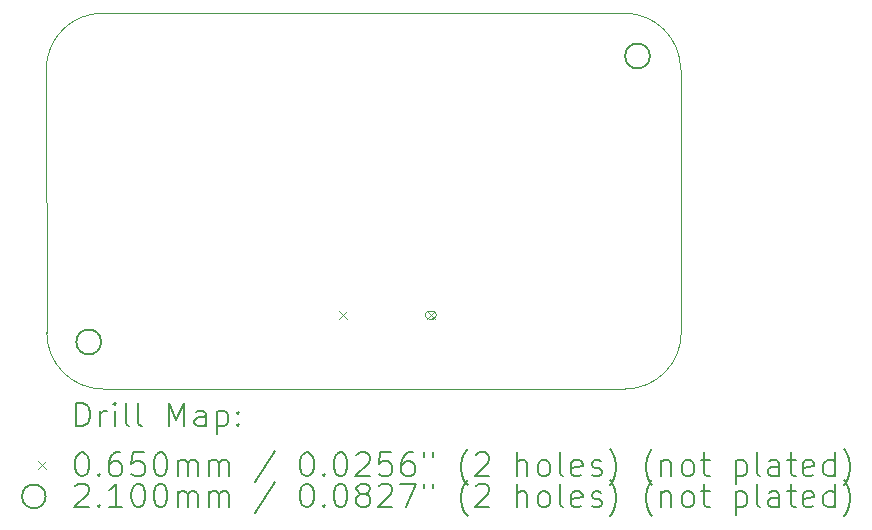
<source format=gbr>
%TF.GenerationSoftware,KiCad,Pcbnew,8.0.8*%
%TF.CreationDate,2025-02-18T00:43:51-08:00*%
%TF.ProjectId,OuterBoard_rev3.1,4f757465-7242-46f6-9172-645f72657633,rev?*%
%TF.SameCoordinates,Original*%
%TF.FileFunction,Drillmap*%
%TF.FilePolarity,Positive*%
%FSLAX45Y45*%
G04 Gerber Fmt 4.5, Leading zero omitted, Abs format (unit mm)*
G04 Created by KiCad (PCBNEW 8.0.8) date 2025-02-18 00:43:51*
%MOMM*%
%LPD*%
G01*
G04 APERTURE LIST*
%ADD10C,0.100000*%
%ADD11C,0.010000*%
%ADD12C,0.200000*%
%ADD13C,0.210000*%
G04 APERTURE END LIST*
D10*
X10708640Y-7942580D02*
X10713720Y-10170160D01*
X15603220Y-7465060D02*
G75*
G02*
X16080740Y-7942580I0J-477520D01*
G01*
X16080740Y-7942580D02*
X16085820Y-10170160D01*
X11186160Y-7465060D02*
X15603220Y-7465060D01*
X16085820Y-10170160D02*
G75*
G02*
X15608300Y-10647680I-477520J0D01*
G01*
X11191240Y-10647680D02*
X15608300Y-10647680D01*
X10708640Y-7942580D02*
G75*
G02*
X11186160Y-7465060I477520J0D01*
G01*
X11191240Y-10647680D02*
G75*
G02*
X10713720Y-10170160I0J477520D01*
G01*
D11*
X13950340Y-9987800D02*
X13980340Y-9987800D01*
X13950340Y-10052800D02*
X13980340Y-10052800D01*
X13950340Y-10052800D02*
G75*
G02*
X13950340Y-9987800I0J32500D01*
G01*
X13980340Y-9987800D02*
G75*
G02*
X13980340Y-10052800I0J-32500D01*
G01*
D12*
D10*
X13187840Y-9987800D02*
X13252840Y-10052800D01*
X13252840Y-9987800D02*
X13187840Y-10052800D01*
X13932840Y-9987800D02*
X13997840Y-10052800D01*
X13997840Y-9987800D02*
X13932840Y-10052800D01*
D13*
X11174320Y-10248900D02*
G75*
G02*
X10964320Y-10248900I-105000J0D01*
G01*
X10964320Y-10248900D02*
G75*
G02*
X11174320Y-10248900I105000J0D01*
G01*
X15819980Y-7828280D02*
G75*
G02*
X15609980Y-7828280I-105000J0D01*
G01*
X15609980Y-7828280D02*
G75*
G02*
X15819980Y-7828280I105000J0D01*
G01*
D12*
X10964417Y-10964164D02*
X10964417Y-10764164D01*
X10964417Y-10764164D02*
X11012036Y-10764164D01*
X11012036Y-10764164D02*
X11040607Y-10773688D01*
X11040607Y-10773688D02*
X11059655Y-10792735D01*
X11059655Y-10792735D02*
X11069179Y-10811783D01*
X11069179Y-10811783D02*
X11078703Y-10849878D01*
X11078703Y-10849878D02*
X11078703Y-10878450D01*
X11078703Y-10878450D02*
X11069179Y-10916545D01*
X11069179Y-10916545D02*
X11059655Y-10935592D01*
X11059655Y-10935592D02*
X11040607Y-10954640D01*
X11040607Y-10954640D02*
X11012036Y-10964164D01*
X11012036Y-10964164D02*
X10964417Y-10964164D01*
X11164417Y-10964164D02*
X11164417Y-10830830D01*
X11164417Y-10868926D02*
X11173941Y-10849878D01*
X11173941Y-10849878D02*
X11183464Y-10840354D01*
X11183464Y-10840354D02*
X11202512Y-10830830D01*
X11202512Y-10830830D02*
X11221560Y-10830830D01*
X11288226Y-10964164D02*
X11288226Y-10830830D01*
X11288226Y-10764164D02*
X11278702Y-10773688D01*
X11278702Y-10773688D02*
X11288226Y-10783211D01*
X11288226Y-10783211D02*
X11297750Y-10773688D01*
X11297750Y-10773688D02*
X11288226Y-10764164D01*
X11288226Y-10764164D02*
X11288226Y-10783211D01*
X11412036Y-10964164D02*
X11392988Y-10954640D01*
X11392988Y-10954640D02*
X11383464Y-10935592D01*
X11383464Y-10935592D02*
X11383464Y-10764164D01*
X11516798Y-10964164D02*
X11497750Y-10954640D01*
X11497750Y-10954640D02*
X11488226Y-10935592D01*
X11488226Y-10935592D02*
X11488226Y-10764164D01*
X11745369Y-10964164D02*
X11745369Y-10764164D01*
X11745369Y-10764164D02*
X11812036Y-10907021D01*
X11812036Y-10907021D02*
X11878702Y-10764164D01*
X11878702Y-10764164D02*
X11878702Y-10964164D01*
X12059655Y-10964164D02*
X12059655Y-10859402D01*
X12059655Y-10859402D02*
X12050131Y-10840354D01*
X12050131Y-10840354D02*
X12031083Y-10830830D01*
X12031083Y-10830830D02*
X11992988Y-10830830D01*
X11992988Y-10830830D02*
X11973941Y-10840354D01*
X12059655Y-10954640D02*
X12040607Y-10964164D01*
X12040607Y-10964164D02*
X11992988Y-10964164D01*
X11992988Y-10964164D02*
X11973941Y-10954640D01*
X11973941Y-10954640D02*
X11964417Y-10935592D01*
X11964417Y-10935592D02*
X11964417Y-10916545D01*
X11964417Y-10916545D02*
X11973941Y-10897497D01*
X11973941Y-10897497D02*
X11992988Y-10887973D01*
X11992988Y-10887973D02*
X12040607Y-10887973D01*
X12040607Y-10887973D02*
X12059655Y-10878450D01*
X12154893Y-10830830D02*
X12154893Y-11030830D01*
X12154893Y-10840354D02*
X12173941Y-10830830D01*
X12173941Y-10830830D02*
X12212036Y-10830830D01*
X12212036Y-10830830D02*
X12231083Y-10840354D01*
X12231083Y-10840354D02*
X12240607Y-10849878D01*
X12240607Y-10849878D02*
X12250131Y-10868926D01*
X12250131Y-10868926D02*
X12250131Y-10926069D01*
X12250131Y-10926069D02*
X12240607Y-10945116D01*
X12240607Y-10945116D02*
X12231083Y-10954640D01*
X12231083Y-10954640D02*
X12212036Y-10964164D01*
X12212036Y-10964164D02*
X12173941Y-10964164D01*
X12173941Y-10964164D02*
X12154893Y-10954640D01*
X12335845Y-10945116D02*
X12345369Y-10954640D01*
X12345369Y-10954640D02*
X12335845Y-10964164D01*
X12335845Y-10964164D02*
X12326322Y-10954640D01*
X12326322Y-10954640D02*
X12335845Y-10945116D01*
X12335845Y-10945116D02*
X12335845Y-10964164D01*
X12335845Y-10840354D02*
X12345369Y-10849878D01*
X12345369Y-10849878D02*
X12335845Y-10859402D01*
X12335845Y-10859402D02*
X12326322Y-10849878D01*
X12326322Y-10849878D02*
X12335845Y-10840354D01*
X12335845Y-10840354D02*
X12335845Y-10859402D01*
D10*
X10638640Y-11260180D02*
X10703640Y-11325180D01*
X10703640Y-11260180D02*
X10638640Y-11325180D01*
D12*
X11002512Y-11184164D02*
X11021560Y-11184164D01*
X11021560Y-11184164D02*
X11040607Y-11193688D01*
X11040607Y-11193688D02*
X11050131Y-11203211D01*
X11050131Y-11203211D02*
X11059655Y-11222259D01*
X11059655Y-11222259D02*
X11069179Y-11260354D01*
X11069179Y-11260354D02*
X11069179Y-11307973D01*
X11069179Y-11307973D02*
X11059655Y-11346068D01*
X11059655Y-11346068D02*
X11050131Y-11365116D01*
X11050131Y-11365116D02*
X11040607Y-11374640D01*
X11040607Y-11374640D02*
X11021560Y-11384164D01*
X11021560Y-11384164D02*
X11002512Y-11384164D01*
X11002512Y-11384164D02*
X10983464Y-11374640D01*
X10983464Y-11374640D02*
X10973941Y-11365116D01*
X10973941Y-11365116D02*
X10964417Y-11346068D01*
X10964417Y-11346068D02*
X10954893Y-11307973D01*
X10954893Y-11307973D02*
X10954893Y-11260354D01*
X10954893Y-11260354D02*
X10964417Y-11222259D01*
X10964417Y-11222259D02*
X10973941Y-11203211D01*
X10973941Y-11203211D02*
X10983464Y-11193688D01*
X10983464Y-11193688D02*
X11002512Y-11184164D01*
X11154893Y-11365116D02*
X11164417Y-11374640D01*
X11164417Y-11374640D02*
X11154893Y-11384164D01*
X11154893Y-11384164D02*
X11145369Y-11374640D01*
X11145369Y-11374640D02*
X11154893Y-11365116D01*
X11154893Y-11365116D02*
X11154893Y-11384164D01*
X11335845Y-11184164D02*
X11297750Y-11184164D01*
X11297750Y-11184164D02*
X11278702Y-11193688D01*
X11278702Y-11193688D02*
X11269179Y-11203211D01*
X11269179Y-11203211D02*
X11250131Y-11231783D01*
X11250131Y-11231783D02*
X11240607Y-11269878D01*
X11240607Y-11269878D02*
X11240607Y-11346068D01*
X11240607Y-11346068D02*
X11250131Y-11365116D01*
X11250131Y-11365116D02*
X11259655Y-11374640D01*
X11259655Y-11374640D02*
X11278702Y-11384164D01*
X11278702Y-11384164D02*
X11316798Y-11384164D01*
X11316798Y-11384164D02*
X11335845Y-11374640D01*
X11335845Y-11374640D02*
X11345369Y-11365116D01*
X11345369Y-11365116D02*
X11354893Y-11346068D01*
X11354893Y-11346068D02*
X11354893Y-11298449D01*
X11354893Y-11298449D02*
X11345369Y-11279402D01*
X11345369Y-11279402D02*
X11335845Y-11269878D01*
X11335845Y-11269878D02*
X11316798Y-11260354D01*
X11316798Y-11260354D02*
X11278702Y-11260354D01*
X11278702Y-11260354D02*
X11259655Y-11269878D01*
X11259655Y-11269878D02*
X11250131Y-11279402D01*
X11250131Y-11279402D02*
X11240607Y-11298449D01*
X11535845Y-11184164D02*
X11440607Y-11184164D01*
X11440607Y-11184164D02*
X11431083Y-11279402D01*
X11431083Y-11279402D02*
X11440607Y-11269878D01*
X11440607Y-11269878D02*
X11459655Y-11260354D01*
X11459655Y-11260354D02*
X11507274Y-11260354D01*
X11507274Y-11260354D02*
X11526322Y-11269878D01*
X11526322Y-11269878D02*
X11535845Y-11279402D01*
X11535845Y-11279402D02*
X11545369Y-11298449D01*
X11545369Y-11298449D02*
X11545369Y-11346068D01*
X11545369Y-11346068D02*
X11535845Y-11365116D01*
X11535845Y-11365116D02*
X11526322Y-11374640D01*
X11526322Y-11374640D02*
X11507274Y-11384164D01*
X11507274Y-11384164D02*
X11459655Y-11384164D01*
X11459655Y-11384164D02*
X11440607Y-11374640D01*
X11440607Y-11374640D02*
X11431083Y-11365116D01*
X11669179Y-11184164D02*
X11688226Y-11184164D01*
X11688226Y-11184164D02*
X11707274Y-11193688D01*
X11707274Y-11193688D02*
X11716798Y-11203211D01*
X11716798Y-11203211D02*
X11726322Y-11222259D01*
X11726322Y-11222259D02*
X11735845Y-11260354D01*
X11735845Y-11260354D02*
X11735845Y-11307973D01*
X11735845Y-11307973D02*
X11726322Y-11346068D01*
X11726322Y-11346068D02*
X11716798Y-11365116D01*
X11716798Y-11365116D02*
X11707274Y-11374640D01*
X11707274Y-11374640D02*
X11688226Y-11384164D01*
X11688226Y-11384164D02*
X11669179Y-11384164D01*
X11669179Y-11384164D02*
X11650131Y-11374640D01*
X11650131Y-11374640D02*
X11640607Y-11365116D01*
X11640607Y-11365116D02*
X11631083Y-11346068D01*
X11631083Y-11346068D02*
X11621560Y-11307973D01*
X11621560Y-11307973D02*
X11621560Y-11260354D01*
X11621560Y-11260354D02*
X11631083Y-11222259D01*
X11631083Y-11222259D02*
X11640607Y-11203211D01*
X11640607Y-11203211D02*
X11650131Y-11193688D01*
X11650131Y-11193688D02*
X11669179Y-11184164D01*
X11821560Y-11384164D02*
X11821560Y-11250830D01*
X11821560Y-11269878D02*
X11831083Y-11260354D01*
X11831083Y-11260354D02*
X11850131Y-11250830D01*
X11850131Y-11250830D02*
X11878703Y-11250830D01*
X11878703Y-11250830D02*
X11897750Y-11260354D01*
X11897750Y-11260354D02*
X11907274Y-11279402D01*
X11907274Y-11279402D02*
X11907274Y-11384164D01*
X11907274Y-11279402D02*
X11916798Y-11260354D01*
X11916798Y-11260354D02*
X11935845Y-11250830D01*
X11935845Y-11250830D02*
X11964417Y-11250830D01*
X11964417Y-11250830D02*
X11983464Y-11260354D01*
X11983464Y-11260354D02*
X11992988Y-11279402D01*
X11992988Y-11279402D02*
X11992988Y-11384164D01*
X12088226Y-11384164D02*
X12088226Y-11250830D01*
X12088226Y-11269878D02*
X12097750Y-11260354D01*
X12097750Y-11260354D02*
X12116798Y-11250830D01*
X12116798Y-11250830D02*
X12145369Y-11250830D01*
X12145369Y-11250830D02*
X12164417Y-11260354D01*
X12164417Y-11260354D02*
X12173941Y-11279402D01*
X12173941Y-11279402D02*
X12173941Y-11384164D01*
X12173941Y-11279402D02*
X12183464Y-11260354D01*
X12183464Y-11260354D02*
X12202512Y-11250830D01*
X12202512Y-11250830D02*
X12231083Y-11250830D01*
X12231083Y-11250830D02*
X12250131Y-11260354D01*
X12250131Y-11260354D02*
X12259655Y-11279402D01*
X12259655Y-11279402D02*
X12259655Y-11384164D01*
X12650131Y-11174640D02*
X12478703Y-11431783D01*
X12907274Y-11184164D02*
X12926322Y-11184164D01*
X12926322Y-11184164D02*
X12945369Y-11193688D01*
X12945369Y-11193688D02*
X12954893Y-11203211D01*
X12954893Y-11203211D02*
X12964417Y-11222259D01*
X12964417Y-11222259D02*
X12973941Y-11260354D01*
X12973941Y-11260354D02*
X12973941Y-11307973D01*
X12973941Y-11307973D02*
X12964417Y-11346068D01*
X12964417Y-11346068D02*
X12954893Y-11365116D01*
X12954893Y-11365116D02*
X12945369Y-11374640D01*
X12945369Y-11374640D02*
X12926322Y-11384164D01*
X12926322Y-11384164D02*
X12907274Y-11384164D01*
X12907274Y-11384164D02*
X12888226Y-11374640D01*
X12888226Y-11374640D02*
X12878703Y-11365116D01*
X12878703Y-11365116D02*
X12869179Y-11346068D01*
X12869179Y-11346068D02*
X12859655Y-11307973D01*
X12859655Y-11307973D02*
X12859655Y-11260354D01*
X12859655Y-11260354D02*
X12869179Y-11222259D01*
X12869179Y-11222259D02*
X12878703Y-11203211D01*
X12878703Y-11203211D02*
X12888226Y-11193688D01*
X12888226Y-11193688D02*
X12907274Y-11184164D01*
X13059655Y-11365116D02*
X13069179Y-11374640D01*
X13069179Y-11374640D02*
X13059655Y-11384164D01*
X13059655Y-11384164D02*
X13050131Y-11374640D01*
X13050131Y-11374640D02*
X13059655Y-11365116D01*
X13059655Y-11365116D02*
X13059655Y-11384164D01*
X13192988Y-11184164D02*
X13212036Y-11184164D01*
X13212036Y-11184164D02*
X13231084Y-11193688D01*
X13231084Y-11193688D02*
X13240607Y-11203211D01*
X13240607Y-11203211D02*
X13250131Y-11222259D01*
X13250131Y-11222259D02*
X13259655Y-11260354D01*
X13259655Y-11260354D02*
X13259655Y-11307973D01*
X13259655Y-11307973D02*
X13250131Y-11346068D01*
X13250131Y-11346068D02*
X13240607Y-11365116D01*
X13240607Y-11365116D02*
X13231084Y-11374640D01*
X13231084Y-11374640D02*
X13212036Y-11384164D01*
X13212036Y-11384164D02*
X13192988Y-11384164D01*
X13192988Y-11384164D02*
X13173941Y-11374640D01*
X13173941Y-11374640D02*
X13164417Y-11365116D01*
X13164417Y-11365116D02*
X13154893Y-11346068D01*
X13154893Y-11346068D02*
X13145369Y-11307973D01*
X13145369Y-11307973D02*
X13145369Y-11260354D01*
X13145369Y-11260354D02*
X13154893Y-11222259D01*
X13154893Y-11222259D02*
X13164417Y-11203211D01*
X13164417Y-11203211D02*
X13173941Y-11193688D01*
X13173941Y-11193688D02*
X13192988Y-11184164D01*
X13335846Y-11203211D02*
X13345369Y-11193688D01*
X13345369Y-11193688D02*
X13364417Y-11184164D01*
X13364417Y-11184164D02*
X13412036Y-11184164D01*
X13412036Y-11184164D02*
X13431084Y-11193688D01*
X13431084Y-11193688D02*
X13440607Y-11203211D01*
X13440607Y-11203211D02*
X13450131Y-11222259D01*
X13450131Y-11222259D02*
X13450131Y-11241307D01*
X13450131Y-11241307D02*
X13440607Y-11269878D01*
X13440607Y-11269878D02*
X13326322Y-11384164D01*
X13326322Y-11384164D02*
X13450131Y-11384164D01*
X13631084Y-11184164D02*
X13535846Y-11184164D01*
X13535846Y-11184164D02*
X13526322Y-11279402D01*
X13526322Y-11279402D02*
X13535846Y-11269878D01*
X13535846Y-11269878D02*
X13554893Y-11260354D01*
X13554893Y-11260354D02*
X13602512Y-11260354D01*
X13602512Y-11260354D02*
X13621560Y-11269878D01*
X13621560Y-11269878D02*
X13631084Y-11279402D01*
X13631084Y-11279402D02*
X13640607Y-11298449D01*
X13640607Y-11298449D02*
X13640607Y-11346068D01*
X13640607Y-11346068D02*
X13631084Y-11365116D01*
X13631084Y-11365116D02*
X13621560Y-11374640D01*
X13621560Y-11374640D02*
X13602512Y-11384164D01*
X13602512Y-11384164D02*
X13554893Y-11384164D01*
X13554893Y-11384164D02*
X13535846Y-11374640D01*
X13535846Y-11374640D02*
X13526322Y-11365116D01*
X13812036Y-11184164D02*
X13773941Y-11184164D01*
X13773941Y-11184164D02*
X13754893Y-11193688D01*
X13754893Y-11193688D02*
X13745369Y-11203211D01*
X13745369Y-11203211D02*
X13726322Y-11231783D01*
X13726322Y-11231783D02*
X13716798Y-11269878D01*
X13716798Y-11269878D02*
X13716798Y-11346068D01*
X13716798Y-11346068D02*
X13726322Y-11365116D01*
X13726322Y-11365116D02*
X13735846Y-11374640D01*
X13735846Y-11374640D02*
X13754893Y-11384164D01*
X13754893Y-11384164D02*
X13792988Y-11384164D01*
X13792988Y-11384164D02*
X13812036Y-11374640D01*
X13812036Y-11374640D02*
X13821560Y-11365116D01*
X13821560Y-11365116D02*
X13831084Y-11346068D01*
X13831084Y-11346068D02*
X13831084Y-11298449D01*
X13831084Y-11298449D02*
X13821560Y-11279402D01*
X13821560Y-11279402D02*
X13812036Y-11269878D01*
X13812036Y-11269878D02*
X13792988Y-11260354D01*
X13792988Y-11260354D02*
X13754893Y-11260354D01*
X13754893Y-11260354D02*
X13735846Y-11269878D01*
X13735846Y-11269878D02*
X13726322Y-11279402D01*
X13726322Y-11279402D02*
X13716798Y-11298449D01*
X13907274Y-11184164D02*
X13907274Y-11222259D01*
X13983465Y-11184164D02*
X13983465Y-11222259D01*
X14278703Y-11460354D02*
X14269179Y-11450830D01*
X14269179Y-11450830D02*
X14250131Y-11422259D01*
X14250131Y-11422259D02*
X14240608Y-11403211D01*
X14240608Y-11403211D02*
X14231084Y-11374640D01*
X14231084Y-11374640D02*
X14221560Y-11327021D01*
X14221560Y-11327021D02*
X14221560Y-11288926D01*
X14221560Y-11288926D02*
X14231084Y-11241307D01*
X14231084Y-11241307D02*
X14240608Y-11212735D01*
X14240608Y-11212735D02*
X14250131Y-11193688D01*
X14250131Y-11193688D02*
X14269179Y-11165116D01*
X14269179Y-11165116D02*
X14278703Y-11155592D01*
X14345369Y-11203211D02*
X14354893Y-11193688D01*
X14354893Y-11193688D02*
X14373941Y-11184164D01*
X14373941Y-11184164D02*
X14421560Y-11184164D01*
X14421560Y-11184164D02*
X14440608Y-11193688D01*
X14440608Y-11193688D02*
X14450131Y-11203211D01*
X14450131Y-11203211D02*
X14459655Y-11222259D01*
X14459655Y-11222259D02*
X14459655Y-11241307D01*
X14459655Y-11241307D02*
X14450131Y-11269878D01*
X14450131Y-11269878D02*
X14335846Y-11384164D01*
X14335846Y-11384164D02*
X14459655Y-11384164D01*
X14697750Y-11384164D02*
X14697750Y-11184164D01*
X14783465Y-11384164D02*
X14783465Y-11279402D01*
X14783465Y-11279402D02*
X14773941Y-11260354D01*
X14773941Y-11260354D02*
X14754893Y-11250830D01*
X14754893Y-11250830D02*
X14726322Y-11250830D01*
X14726322Y-11250830D02*
X14707274Y-11260354D01*
X14707274Y-11260354D02*
X14697750Y-11269878D01*
X14907274Y-11384164D02*
X14888227Y-11374640D01*
X14888227Y-11374640D02*
X14878703Y-11365116D01*
X14878703Y-11365116D02*
X14869179Y-11346068D01*
X14869179Y-11346068D02*
X14869179Y-11288926D01*
X14869179Y-11288926D02*
X14878703Y-11269878D01*
X14878703Y-11269878D02*
X14888227Y-11260354D01*
X14888227Y-11260354D02*
X14907274Y-11250830D01*
X14907274Y-11250830D02*
X14935846Y-11250830D01*
X14935846Y-11250830D02*
X14954893Y-11260354D01*
X14954893Y-11260354D02*
X14964417Y-11269878D01*
X14964417Y-11269878D02*
X14973941Y-11288926D01*
X14973941Y-11288926D02*
X14973941Y-11346068D01*
X14973941Y-11346068D02*
X14964417Y-11365116D01*
X14964417Y-11365116D02*
X14954893Y-11374640D01*
X14954893Y-11374640D02*
X14935846Y-11384164D01*
X14935846Y-11384164D02*
X14907274Y-11384164D01*
X15088227Y-11384164D02*
X15069179Y-11374640D01*
X15069179Y-11374640D02*
X15059655Y-11355592D01*
X15059655Y-11355592D02*
X15059655Y-11184164D01*
X15240608Y-11374640D02*
X15221560Y-11384164D01*
X15221560Y-11384164D02*
X15183465Y-11384164D01*
X15183465Y-11384164D02*
X15164417Y-11374640D01*
X15164417Y-11374640D02*
X15154893Y-11355592D01*
X15154893Y-11355592D02*
X15154893Y-11279402D01*
X15154893Y-11279402D02*
X15164417Y-11260354D01*
X15164417Y-11260354D02*
X15183465Y-11250830D01*
X15183465Y-11250830D02*
X15221560Y-11250830D01*
X15221560Y-11250830D02*
X15240608Y-11260354D01*
X15240608Y-11260354D02*
X15250131Y-11279402D01*
X15250131Y-11279402D02*
X15250131Y-11298449D01*
X15250131Y-11298449D02*
X15154893Y-11317497D01*
X15326322Y-11374640D02*
X15345370Y-11384164D01*
X15345370Y-11384164D02*
X15383465Y-11384164D01*
X15383465Y-11384164D02*
X15402512Y-11374640D01*
X15402512Y-11374640D02*
X15412036Y-11355592D01*
X15412036Y-11355592D02*
X15412036Y-11346068D01*
X15412036Y-11346068D02*
X15402512Y-11327021D01*
X15402512Y-11327021D02*
X15383465Y-11317497D01*
X15383465Y-11317497D02*
X15354893Y-11317497D01*
X15354893Y-11317497D02*
X15335846Y-11307973D01*
X15335846Y-11307973D02*
X15326322Y-11288926D01*
X15326322Y-11288926D02*
X15326322Y-11279402D01*
X15326322Y-11279402D02*
X15335846Y-11260354D01*
X15335846Y-11260354D02*
X15354893Y-11250830D01*
X15354893Y-11250830D02*
X15383465Y-11250830D01*
X15383465Y-11250830D02*
X15402512Y-11260354D01*
X15478703Y-11460354D02*
X15488227Y-11450830D01*
X15488227Y-11450830D02*
X15507274Y-11422259D01*
X15507274Y-11422259D02*
X15516798Y-11403211D01*
X15516798Y-11403211D02*
X15526322Y-11374640D01*
X15526322Y-11374640D02*
X15535846Y-11327021D01*
X15535846Y-11327021D02*
X15535846Y-11288926D01*
X15535846Y-11288926D02*
X15526322Y-11241307D01*
X15526322Y-11241307D02*
X15516798Y-11212735D01*
X15516798Y-11212735D02*
X15507274Y-11193688D01*
X15507274Y-11193688D02*
X15488227Y-11165116D01*
X15488227Y-11165116D02*
X15478703Y-11155592D01*
X15840608Y-11460354D02*
X15831084Y-11450830D01*
X15831084Y-11450830D02*
X15812036Y-11422259D01*
X15812036Y-11422259D02*
X15802512Y-11403211D01*
X15802512Y-11403211D02*
X15792989Y-11374640D01*
X15792989Y-11374640D02*
X15783465Y-11327021D01*
X15783465Y-11327021D02*
X15783465Y-11288926D01*
X15783465Y-11288926D02*
X15792989Y-11241307D01*
X15792989Y-11241307D02*
X15802512Y-11212735D01*
X15802512Y-11212735D02*
X15812036Y-11193688D01*
X15812036Y-11193688D02*
X15831084Y-11165116D01*
X15831084Y-11165116D02*
X15840608Y-11155592D01*
X15916798Y-11250830D02*
X15916798Y-11384164D01*
X15916798Y-11269878D02*
X15926322Y-11260354D01*
X15926322Y-11260354D02*
X15945370Y-11250830D01*
X15945370Y-11250830D02*
X15973941Y-11250830D01*
X15973941Y-11250830D02*
X15992989Y-11260354D01*
X15992989Y-11260354D02*
X16002512Y-11279402D01*
X16002512Y-11279402D02*
X16002512Y-11384164D01*
X16126322Y-11384164D02*
X16107274Y-11374640D01*
X16107274Y-11374640D02*
X16097751Y-11365116D01*
X16097751Y-11365116D02*
X16088227Y-11346068D01*
X16088227Y-11346068D02*
X16088227Y-11288926D01*
X16088227Y-11288926D02*
X16097751Y-11269878D01*
X16097751Y-11269878D02*
X16107274Y-11260354D01*
X16107274Y-11260354D02*
X16126322Y-11250830D01*
X16126322Y-11250830D02*
X16154893Y-11250830D01*
X16154893Y-11250830D02*
X16173941Y-11260354D01*
X16173941Y-11260354D02*
X16183465Y-11269878D01*
X16183465Y-11269878D02*
X16192989Y-11288926D01*
X16192989Y-11288926D02*
X16192989Y-11346068D01*
X16192989Y-11346068D02*
X16183465Y-11365116D01*
X16183465Y-11365116D02*
X16173941Y-11374640D01*
X16173941Y-11374640D02*
X16154893Y-11384164D01*
X16154893Y-11384164D02*
X16126322Y-11384164D01*
X16250132Y-11250830D02*
X16326322Y-11250830D01*
X16278703Y-11184164D02*
X16278703Y-11355592D01*
X16278703Y-11355592D02*
X16288227Y-11374640D01*
X16288227Y-11374640D02*
X16307274Y-11384164D01*
X16307274Y-11384164D02*
X16326322Y-11384164D01*
X16545370Y-11250830D02*
X16545370Y-11450830D01*
X16545370Y-11260354D02*
X16564417Y-11250830D01*
X16564417Y-11250830D02*
X16602513Y-11250830D01*
X16602513Y-11250830D02*
X16621560Y-11260354D01*
X16621560Y-11260354D02*
X16631084Y-11269878D01*
X16631084Y-11269878D02*
X16640608Y-11288926D01*
X16640608Y-11288926D02*
X16640608Y-11346068D01*
X16640608Y-11346068D02*
X16631084Y-11365116D01*
X16631084Y-11365116D02*
X16621560Y-11374640D01*
X16621560Y-11374640D02*
X16602513Y-11384164D01*
X16602513Y-11384164D02*
X16564417Y-11384164D01*
X16564417Y-11384164D02*
X16545370Y-11374640D01*
X16754893Y-11384164D02*
X16735846Y-11374640D01*
X16735846Y-11374640D02*
X16726322Y-11355592D01*
X16726322Y-11355592D02*
X16726322Y-11184164D01*
X16916798Y-11384164D02*
X16916798Y-11279402D01*
X16916798Y-11279402D02*
X16907275Y-11260354D01*
X16907275Y-11260354D02*
X16888227Y-11250830D01*
X16888227Y-11250830D02*
X16850132Y-11250830D01*
X16850132Y-11250830D02*
X16831084Y-11260354D01*
X16916798Y-11374640D02*
X16897751Y-11384164D01*
X16897751Y-11384164D02*
X16850132Y-11384164D01*
X16850132Y-11384164D02*
X16831084Y-11374640D01*
X16831084Y-11374640D02*
X16821560Y-11355592D01*
X16821560Y-11355592D02*
X16821560Y-11336545D01*
X16821560Y-11336545D02*
X16831084Y-11317497D01*
X16831084Y-11317497D02*
X16850132Y-11307973D01*
X16850132Y-11307973D02*
X16897751Y-11307973D01*
X16897751Y-11307973D02*
X16916798Y-11298449D01*
X16983465Y-11250830D02*
X17059655Y-11250830D01*
X17012036Y-11184164D02*
X17012036Y-11355592D01*
X17012036Y-11355592D02*
X17021560Y-11374640D01*
X17021560Y-11374640D02*
X17040608Y-11384164D01*
X17040608Y-11384164D02*
X17059655Y-11384164D01*
X17202513Y-11374640D02*
X17183465Y-11384164D01*
X17183465Y-11384164D02*
X17145370Y-11384164D01*
X17145370Y-11384164D02*
X17126322Y-11374640D01*
X17126322Y-11374640D02*
X17116798Y-11355592D01*
X17116798Y-11355592D02*
X17116798Y-11279402D01*
X17116798Y-11279402D02*
X17126322Y-11260354D01*
X17126322Y-11260354D02*
X17145370Y-11250830D01*
X17145370Y-11250830D02*
X17183465Y-11250830D01*
X17183465Y-11250830D02*
X17202513Y-11260354D01*
X17202513Y-11260354D02*
X17212036Y-11279402D01*
X17212036Y-11279402D02*
X17212036Y-11298449D01*
X17212036Y-11298449D02*
X17116798Y-11317497D01*
X17383465Y-11384164D02*
X17383465Y-11184164D01*
X17383465Y-11374640D02*
X17364417Y-11384164D01*
X17364417Y-11384164D02*
X17326322Y-11384164D01*
X17326322Y-11384164D02*
X17307275Y-11374640D01*
X17307275Y-11374640D02*
X17297751Y-11365116D01*
X17297751Y-11365116D02*
X17288227Y-11346068D01*
X17288227Y-11346068D02*
X17288227Y-11288926D01*
X17288227Y-11288926D02*
X17297751Y-11269878D01*
X17297751Y-11269878D02*
X17307275Y-11260354D01*
X17307275Y-11260354D02*
X17326322Y-11250830D01*
X17326322Y-11250830D02*
X17364417Y-11250830D01*
X17364417Y-11250830D02*
X17383465Y-11260354D01*
X17459656Y-11460354D02*
X17469179Y-11450830D01*
X17469179Y-11450830D02*
X17488227Y-11422259D01*
X17488227Y-11422259D02*
X17497751Y-11403211D01*
X17497751Y-11403211D02*
X17507275Y-11374640D01*
X17507275Y-11374640D02*
X17516798Y-11327021D01*
X17516798Y-11327021D02*
X17516798Y-11288926D01*
X17516798Y-11288926D02*
X17507275Y-11241307D01*
X17507275Y-11241307D02*
X17497751Y-11212735D01*
X17497751Y-11212735D02*
X17488227Y-11193688D01*
X17488227Y-11193688D02*
X17469179Y-11165116D01*
X17469179Y-11165116D02*
X17459656Y-11155592D01*
X10703640Y-11556680D02*
G75*
G02*
X10503640Y-11556680I-100000J0D01*
G01*
X10503640Y-11556680D02*
G75*
G02*
X10703640Y-11556680I100000J0D01*
G01*
X10954893Y-11467211D02*
X10964417Y-11457688D01*
X10964417Y-11457688D02*
X10983464Y-11448164D01*
X10983464Y-11448164D02*
X11031084Y-11448164D01*
X11031084Y-11448164D02*
X11050131Y-11457688D01*
X11050131Y-11457688D02*
X11059655Y-11467211D01*
X11059655Y-11467211D02*
X11069179Y-11486259D01*
X11069179Y-11486259D02*
X11069179Y-11505307D01*
X11069179Y-11505307D02*
X11059655Y-11533878D01*
X11059655Y-11533878D02*
X10945369Y-11648164D01*
X10945369Y-11648164D02*
X11069179Y-11648164D01*
X11154893Y-11629116D02*
X11164417Y-11638640D01*
X11164417Y-11638640D02*
X11154893Y-11648164D01*
X11154893Y-11648164D02*
X11145369Y-11638640D01*
X11145369Y-11638640D02*
X11154893Y-11629116D01*
X11154893Y-11629116D02*
X11154893Y-11648164D01*
X11354893Y-11648164D02*
X11240607Y-11648164D01*
X11297750Y-11648164D02*
X11297750Y-11448164D01*
X11297750Y-11448164D02*
X11278702Y-11476735D01*
X11278702Y-11476735D02*
X11259655Y-11495783D01*
X11259655Y-11495783D02*
X11240607Y-11505307D01*
X11478702Y-11448164D02*
X11497750Y-11448164D01*
X11497750Y-11448164D02*
X11516798Y-11457688D01*
X11516798Y-11457688D02*
X11526322Y-11467211D01*
X11526322Y-11467211D02*
X11535845Y-11486259D01*
X11535845Y-11486259D02*
X11545369Y-11524354D01*
X11545369Y-11524354D02*
X11545369Y-11571973D01*
X11545369Y-11571973D02*
X11535845Y-11610068D01*
X11535845Y-11610068D02*
X11526322Y-11629116D01*
X11526322Y-11629116D02*
X11516798Y-11638640D01*
X11516798Y-11638640D02*
X11497750Y-11648164D01*
X11497750Y-11648164D02*
X11478702Y-11648164D01*
X11478702Y-11648164D02*
X11459655Y-11638640D01*
X11459655Y-11638640D02*
X11450131Y-11629116D01*
X11450131Y-11629116D02*
X11440607Y-11610068D01*
X11440607Y-11610068D02*
X11431083Y-11571973D01*
X11431083Y-11571973D02*
X11431083Y-11524354D01*
X11431083Y-11524354D02*
X11440607Y-11486259D01*
X11440607Y-11486259D02*
X11450131Y-11467211D01*
X11450131Y-11467211D02*
X11459655Y-11457688D01*
X11459655Y-11457688D02*
X11478702Y-11448164D01*
X11669179Y-11448164D02*
X11688226Y-11448164D01*
X11688226Y-11448164D02*
X11707274Y-11457688D01*
X11707274Y-11457688D02*
X11716798Y-11467211D01*
X11716798Y-11467211D02*
X11726322Y-11486259D01*
X11726322Y-11486259D02*
X11735845Y-11524354D01*
X11735845Y-11524354D02*
X11735845Y-11571973D01*
X11735845Y-11571973D02*
X11726322Y-11610068D01*
X11726322Y-11610068D02*
X11716798Y-11629116D01*
X11716798Y-11629116D02*
X11707274Y-11638640D01*
X11707274Y-11638640D02*
X11688226Y-11648164D01*
X11688226Y-11648164D02*
X11669179Y-11648164D01*
X11669179Y-11648164D02*
X11650131Y-11638640D01*
X11650131Y-11638640D02*
X11640607Y-11629116D01*
X11640607Y-11629116D02*
X11631083Y-11610068D01*
X11631083Y-11610068D02*
X11621560Y-11571973D01*
X11621560Y-11571973D02*
X11621560Y-11524354D01*
X11621560Y-11524354D02*
X11631083Y-11486259D01*
X11631083Y-11486259D02*
X11640607Y-11467211D01*
X11640607Y-11467211D02*
X11650131Y-11457688D01*
X11650131Y-11457688D02*
X11669179Y-11448164D01*
X11821560Y-11648164D02*
X11821560Y-11514830D01*
X11821560Y-11533878D02*
X11831083Y-11524354D01*
X11831083Y-11524354D02*
X11850131Y-11514830D01*
X11850131Y-11514830D02*
X11878703Y-11514830D01*
X11878703Y-11514830D02*
X11897750Y-11524354D01*
X11897750Y-11524354D02*
X11907274Y-11543402D01*
X11907274Y-11543402D02*
X11907274Y-11648164D01*
X11907274Y-11543402D02*
X11916798Y-11524354D01*
X11916798Y-11524354D02*
X11935845Y-11514830D01*
X11935845Y-11514830D02*
X11964417Y-11514830D01*
X11964417Y-11514830D02*
X11983464Y-11524354D01*
X11983464Y-11524354D02*
X11992988Y-11543402D01*
X11992988Y-11543402D02*
X11992988Y-11648164D01*
X12088226Y-11648164D02*
X12088226Y-11514830D01*
X12088226Y-11533878D02*
X12097750Y-11524354D01*
X12097750Y-11524354D02*
X12116798Y-11514830D01*
X12116798Y-11514830D02*
X12145369Y-11514830D01*
X12145369Y-11514830D02*
X12164417Y-11524354D01*
X12164417Y-11524354D02*
X12173941Y-11543402D01*
X12173941Y-11543402D02*
X12173941Y-11648164D01*
X12173941Y-11543402D02*
X12183464Y-11524354D01*
X12183464Y-11524354D02*
X12202512Y-11514830D01*
X12202512Y-11514830D02*
X12231083Y-11514830D01*
X12231083Y-11514830D02*
X12250131Y-11524354D01*
X12250131Y-11524354D02*
X12259655Y-11543402D01*
X12259655Y-11543402D02*
X12259655Y-11648164D01*
X12650131Y-11438640D02*
X12478703Y-11695783D01*
X12907274Y-11448164D02*
X12926322Y-11448164D01*
X12926322Y-11448164D02*
X12945369Y-11457688D01*
X12945369Y-11457688D02*
X12954893Y-11467211D01*
X12954893Y-11467211D02*
X12964417Y-11486259D01*
X12964417Y-11486259D02*
X12973941Y-11524354D01*
X12973941Y-11524354D02*
X12973941Y-11571973D01*
X12973941Y-11571973D02*
X12964417Y-11610068D01*
X12964417Y-11610068D02*
X12954893Y-11629116D01*
X12954893Y-11629116D02*
X12945369Y-11638640D01*
X12945369Y-11638640D02*
X12926322Y-11648164D01*
X12926322Y-11648164D02*
X12907274Y-11648164D01*
X12907274Y-11648164D02*
X12888226Y-11638640D01*
X12888226Y-11638640D02*
X12878703Y-11629116D01*
X12878703Y-11629116D02*
X12869179Y-11610068D01*
X12869179Y-11610068D02*
X12859655Y-11571973D01*
X12859655Y-11571973D02*
X12859655Y-11524354D01*
X12859655Y-11524354D02*
X12869179Y-11486259D01*
X12869179Y-11486259D02*
X12878703Y-11467211D01*
X12878703Y-11467211D02*
X12888226Y-11457688D01*
X12888226Y-11457688D02*
X12907274Y-11448164D01*
X13059655Y-11629116D02*
X13069179Y-11638640D01*
X13069179Y-11638640D02*
X13059655Y-11648164D01*
X13059655Y-11648164D02*
X13050131Y-11638640D01*
X13050131Y-11638640D02*
X13059655Y-11629116D01*
X13059655Y-11629116D02*
X13059655Y-11648164D01*
X13192988Y-11448164D02*
X13212036Y-11448164D01*
X13212036Y-11448164D02*
X13231084Y-11457688D01*
X13231084Y-11457688D02*
X13240607Y-11467211D01*
X13240607Y-11467211D02*
X13250131Y-11486259D01*
X13250131Y-11486259D02*
X13259655Y-11524354D01*
X13259655Y-11524354D02*
X13259655Y-11571973D01*
X13259655Y-11571973D02*
X13250131Y-11610068D01*
X13250131Y-11610068D02*
X13240607Y-11629116D01*
X13240607Y-11629116D02*
X13231084Y-11638640D01*
X13231084Y-11638640D02*
X13212036Y-11648164D01*
X13212036Y-11648164D02*
X13192988Y-11648164D01*
X13192988Y-11648164D02*
X13173941Y-11638640D01*
X13173941Y-11638640D02*
X13164417Y-11629116D01*
X13164417Y-11629116D02*
X13154893Y-11610068D01*
X13154893Y-11610068D02*
X13145369Y-11571973D01*
X13145369Y-11571973D02*
X13145369Y-11524354D01*
X13145369Y-11524354D02*
X13154893Y-11486259D01*
X13154893Y-11486259D02*
X13164417Y-11467211D01*
X13164417Y-11467211D02*
X13173941Y-11457688D01*
X13173941Y-11457688D02*
X13192988Y-11448164D01*
X13373941Y-11533878D02*
X13354893Y-11524354D01*
X13354893Y-11524354D02*
X13345369Y-11514830D01*
X13345369Y-11514830D02*
X13335846Y-11495783D01*
X13335846Y-11495783D02*
X13335846Y-11486259D01*
X13335846Y-11486259D02*
X13345369Y-11467211D01*
X13345369Y-11467211D02*
X13354893Y-11457688D01*
X13354893Y-11457688D02*
X13373941Y-11448164D01*
X13373941Y-11448164D02*
X13412036Y-11448164D01*
X13412036Y-11448164D02*
X13431084Y-11457688D01*
X13431084Y-11457688D02*
X13440607Y-11467211D01*
X13440607Y-11467211D02*
X13450131Y-11486259D01*
X13450131Y-11486259D02*
X13450131Y-11495783D01*
X13450131Y-11495783D02*
X13440607Y-11514830D01*
X13440607Y-11514830D02*
X13431084Y-11524354D01*
X13431084Y-11524354D02*
X13412036Y-11533878D01*
X13412036Y-11533878D02*
X13373941Y-11533878D01*
X13373941Y-11533878D02*
X13354893Y-11543402D01*
X13354893Y-11543402D02*
X13345369Y-11552926D01*
X13345369Y-11552926D02*
X13335846Y-11571973D01*
X13335846Y-11571973D02*
X13335846Y-11610068D01*
X13335846Y-11610068D02*
X13345369Y-11629116D01*
X13345369Y-11629116D02*
X13354893Y-11638640D01*
X13354893Y-11638640D02*
X13373941Y-11648164D01*
X13373941Y-11648164D02*
X13412036Y-11648164D01*
X13412036Y-11648164D02*
X13431084Y-11638640D01*
X13431084Y-11638640D02*
X13440607Y-11629116D01*
X13440607Y-11629116D02*
X13450131Y-11610068D01*
X13450131Y-11610068D02*
X13450131Y-11571973D01*
X13450131Y-11571973D02*
X13440607Y-11552926D01*
X13440607Y-11552926D02*
X13431084Y-11543402D01*
X13431084Y-11543402D02*
X13412036Y-11533878D01*
X13526322Y-11467211D02*
X13535846Y-11457688D01*
X13535846Y-11457688D02*
X13554893Y-11448164D01*
X13554893Y-11448164D02*
X13602512Y-11448164D01*
X13602512Y-11448164D02*
X13621560Y-11457688D01*
X13621560Y-11457688D02*
X13631084Y-11467211D01*
X13631084Y-11467211D02*
X13640607Y-11486259D01*
X13640607Y-11486259D02*
X13640607Y-11505307D01*
X13640607Y-11505307D02*
X13631084Y-11533878D01*
X13631084Y-11533878D02*
X13516798Y-11648164D01*
X13516798Y-11648164D02*
X13640607Y-11648164D01*
X13707274Y-11448164D02*
X13840607Y-11448164D01*
X13840607Y-11448164D02*
X13754893Y-11648164D01*
X13907274Y-11448164D02*
X13907274Y-11486259D01*
X13983465Y-11448164D02*
X13983465Y-11486259D01*
X14278703Y-11724354D02*
X14269179Y-11714830D01*
X14269179Y-11714830D02*
X14250131Y-11686259D01*
X14250131Y-11686259D02*
X14240608Y-11667211D01*
X14240608Y-11667211D02*
X14231084Y-11638640D01*
X14231084Y-11638640D02*
X14221560Y-11591021D01*
X14221560Y-11591021D02*
X14221560Y-11552926D01*
X14221560Y-11552926D02*
X14231084Y-11505307D01*
X14231084Y-11505307D02*
X14240608Y-11476735D01*
X14240608Y-11476735D02*
X14250131Y-11457688D01*
X14250131Y-11457688D02*
X14269179Y-11429116D01*
X14269179Y-11429116D02*
X14278703Y-11419592D01*
X14345369Y-11467211D02*
X14354893Y-11457688D01*
X14354893Y-11457688D02*
X14373941Y-11448164D01*
X14373941Y-11448164D02*
X14421560Y-11448164D01*
X14421560Y-11448164D02*
X14440608Y-11457688D01*
X14440608Y-11457688D02*
X14450131Y-11467211D01*
X14450131Y-11467211D02*
X14459655Y-11486259D01*
X14459655Y-11486259D02*
X14459655Y-11505307D01*
X14459655Y-11505307D02*
X14450131Y-11533878D01*
X14450131Y-11533878D02*
X14335846Y-11648164D01*
X14335846Y-11648164D02*
X14459655Y-11648164D01*
X14697750Y-11648164D02*
X14697750Y-11448164D01*
X14783465Y-11648164D02*
X14783465Y-11543402D01*
X14783465Y-11543402D02*
X14773941Y-11524354D01*
X14773941Y-11524354D02*
X14754893Y-11514830D01*
X14754893Y-11514830D02*
X14726322Y-11514830D01*
X14726322Y-11514830D02*
X14707274Y-11524354D01*
X14707274Y-11524354D02*
X14697750Y-11533878D01*
X14907274Y-11648164D02*
X14888227Y-11638640D01*
X14888227Y-11638640D02*
X14878703Y-11629116D01*
X14878703Y-11629116D02*
X14869179Y-11610068D01*
X14869179Y-11610068D02*
X14869179Y-11552926D01*
X14869179Y-11552926D02*
X14878703Y-11533878D01*
X14878703Y-11533878D02*
X14888227Y-11524354D01*
X14888227Y-11524354D02*
X14907274Y-11514830D01*
X14907274Y-11514830D02*
X14935846Y-11514830D01*
X14935846Y-11514830D02*
X14954893Y-11524354D01*
X14954893Y-11524354D02*
X14964417Y-11533878D01*
X14964417Y-11533878D02*
X14973941Y-11552926D01*
X14973941Y-11552926D02*
X14973941Y-11610068D01*
X14973941Y-11610068D02*
X14964417Y-11629116D01*
X14964417Y-11629116D02*
X14954893Y-11638640D01*
X14954893Y-11638640D02*
X14935846Y-11648164D01*
X14935846Y-11648164D02*
X14907274Y-11648164D01*
X15088227Y-11648164D02*
X15069179Y-11638640D01*
X15069179Y-11638640D02*
X15059655Y-11619592D01*
X15059655Y-11619592D02*
X15059655Y-11448164D01*
X15240608Y-11638640D02*
X15221560Y-11648164D01*
X15221560Y-11648164D02*
X15183465Y-11648164D01*
X15183465Y-11648164D02*
X15164417Y-11638640D01*
X15164417Y-11638640D02*
X15154893Y-11619592D01*
X15154893Y-11619592D02*
X15154893Y-11543402D01*
X15154893Y-11543402D02*
X15164417Y-11524354D01*
X15164417Y-11524354D02*
X15183465Y-11514830D01*
X15183465Y-11514830D02*
X15221560Y-11514830D01*
X15221560Y-11514830D02*
X15240608Y-11524354D01*
X15240608Y-11524354D02*
X15250131Y-11543402D01*
X15250131Y-11543402D02*
X15250131Y-11562449D01*
X15250131Y-11562449D02*
X15154893Y-11581497D01*
X15326322Y-11638640D02*
X15345370Y-11648164D01*
X15345370Y-11648164D02*
X15383465Y-11648164D01*
X15383465Y-11648164D02*
X15402512Y-11638640D01*
X15402512Y-11638640D02*
X15412036Y-11619592D01*
X15412036Y-11619592D02*
X15412036Y-11610068D01*
X15412036Y-11610068D02*
X15402512Y-11591021D01*
X15402512Y-11591021D02*
X15383465Y-11581497D01*
X15383465Y-11581497D02*
X15354893Y-11581497D01*
X15354893Y-11581497D02*
X15335846Y-11571973D01*
X15335846Y-11571973D02*
X15326322Y-11552926D01*
X15326322Y-11552926D02*
X15326322Y-11543402D01*
X15326322Y-11543402D02*
X15335846Y-11524354D01*
X15335846Y-11524354D02*
X15354893Y-11514830D01*
X15354893Y-11514830D02*
X15383465Y-11514830D01*
X15383465Y-11514830D02*
X15402512Y-11524354D01*
X15478703Y-11724354D02*
X15488227Y-11714830D01*
X15488227Y-11714830D02*
X15507274Y-11686259D01*
X15507274Y-11686259D02*
X15516798Y-11667211D01*
X15516798Y-11667211D02*
X15526322Y-11638640D01*
X15526322Y-11638640D02*
X15535846Y-11591021D01*
X15535846Y-11591021D02*
X15535846Y-11552926D01*
X15535846Y-11552926D02*
X15526322Y-11505307D01*
X15526322Y-11505307D02*
X15516798Y-11476735D01*
X15516798Y-11476735D02*
X15507274Y-11457688D01*
X15507274Y-11457688D02*
X15488227Y-11429116D01*
X15488227Y-11429116D02*
X15478703Y-11419592D01*
X15840608Y-11724354D02*
X15831084Y-11714830D01*
X15831084Y-11714830D02*
X15812036Y-11686259D01*
X15812036Y-11686259D02*
X15802512Y-11667211D01*
X15802512Y-11667211D02*
X15792989Y-11638640D01*
X15792989Y-11638640D02*
X15783465Y-11591021D01*
X15783465Y-11591021D02*
X15783465Y-11552926D01*
X15783465Y-11552926D02*
X15792989Y-11505307D01*
X15792989Y-11505307D02*
X15802512Y-11476735D01*
X15802512Y-11476735D02*
X15812036Y-11457688D01*
X15812036Y-11457688D02*
X15831084Y-11429116D01*
X15831084Y-11429116D02*
X15840608Y-11419592D01*
X15916798Y-11514830D02*
X15916798Y-11648164D01*
X15916798Y-11533878D02*
X15926322Y-11524354D01*
X15926322Y-11524354D02*
X15945370Y-11514830D01*
X15945370Y-11514830D02*
X15973941Y-11514830D01*
X15973941Y-11514830D02*
X15992989Y-11524354D01*
X15992989Y-11524354D02*
X16002512Y-11543402D01*
X16002512Y-11543402D02*
X16002512Y-11648164D01*
X16126322Y-11648164D02*
X16107274Y-11638640D01*
X16107274Y-11638640D02*
X16097751Y-11629116D01*
X16097751Y-11629116D02*
X16088227Y-11610068D01*
X16088227Y-11610068D02*
X16088227Y-11552926D01*
X16088227Y-11552926D02*
X16097751Y-11533878D01*
X16097751Y-11533878D02*
X16107274Y-11524354D01*
X16107274Y-11524354D02*
X16126322Y-11514830D01*
X16126322Y-11514830D02*
X16154893Y-11514830D01*
X16154893Y-11514830D02*
X16173941Y-11524354D01*
X16173941Y-11524354D02*
X16183465Y-11533878D01*
X16183465Y-11533878D02*
X16192989Y-11552926D01*
X16192989Y-11552926D02*
X16192989Y-11610068D01*
X16192989Y-11610068D02*
X16183465Y-11629116D01*
X16183465Y-11629116D02*
X16173941Y-11638640D01*
X16173941Y-11638640D02*
X16154893Y-11648164D01*
X16154893Y-11648164D02*
X16126322Y-11648164D01*
X16250132Y-11514830D02*
X16326322Y-11514830D01*
X16278703Y-11448164D02*
X16278703Y-11619592D01*
X16278703Y-11619592D02*
X16288227Y-11638640D01*
X16288227Y-11638640D02*
X16307274Y-11648164D01*
X16307274Y-11648164D02*
X16326322Y-11648164D01*
X16545370Y-11514830D02*
X16545370Y-11714830D01*
X16545370Y-11524354D02*
X16564417Y-11514830D01*
X16564417Y-11514830D02*
X16602513Y-11514830D01*
X16602513Y-11514830D02*
X16621560Y-11524354D01*
X16621560Y-11524354D02*
X16631084Y-11533878D01*
X16631084Y-11533878D02*
X16640608Y-11552926D01*
X16640608Y-11552926D02*
X16640608Y-11610068D01*
X16640608Y-11610068D02*
X16631084Y-11629116D01*
X16631084Y-11629116D02*
X16621560Y-11638640D01*
X16621560Y-11638640D02*
X16602513Y-11648164D01*
X16602513Y-11648164D02*
X16564417Y-11648164D01*
X16564417Y-11648164D02*
X16545370Y-11638640D01*
X16754893Y-11648164D02*
X16735846Y-11638640D01*
X16735846Y-11638640D02*
X16726322Y-11619592D01*
X16726322Y-11619592D02*
X16726322Y-11448164D01*
X16916798Y-11648164D02*
X16916798Y-11543402D01*
X16916798Y-11543402D02*
X16907275Y-11524354D01*
X16907275Y-11524354D02*
X16888227Y-11514830D01*
X16888227Y-11514830D02*
X16850132Y-11514830D01*
X16850132Y-11514830D02*
X16831084Y-11524354D01*
X16916798Y-11638640D02*
X16897751Y-11648164D01*
X16897751Y-11648164D02*
X16850132Y-11648164D01*
X16850132Y-11648164D02*
X16831084Y-11638640D01*
X16831084Y-11638640D02*
X16821560Y-11619592D01*
X16821560Y-11619592D02*
X16821560Y-11600545D01*
X16821560Y-11600545D02*
X16831084Y-11581497D01*
X16831084Y-11581497D02*
X16850132Y-11571973D01*
X16850132Y-11571973D02*
X16897751Y-11571973D01*
X16897751Y-11571973D02*
X16916798Y-11562449D01*
X16983465Y-11514830D02*
X17059655Y-11514830D01*
X17012036Y-11448164D02*
X17012036Y-11619592D01*
X17012036Y-11619592D02*
X17021560Y-11638640D01*
X17021560Y-11638640D02*
X17040608Y-11648164D01*
X17040608Y-11648164D02*
X17059655Y-11648164D01*
X17202513Y-11638640D02*
X17183465Y-11648164D01*
X17183465Y-11648164D02*
X17145370Y-11648164D01*
X17145370Y-11648164D02*
X17126322Y-11638640D01*
X17126322Y-11638640D02*
X17116798Y-11619592D01*
X17116798Y-11619592D02*
X17116798Y-11543402D01*
X17116798Y-11543402D02*
X17126322Y-11524354D01*
X17126322Y-11524354D02*
X17145370Y-11514830D01*
X17145370Y-11514830D02*
X17183465Y-11514830D01*
X17183465Y-11514830D02*
X17202513Y-11524354D01*
X17202513Y-11524354D02*
X17212036Y-11543402D01*
X17212036Y-11543402D02*
X17212036Y-11562449D01*
X17212036Y-11562449D02*
X17116798Y-11581497D01*
X17383465Y-11648164D02*
X17383465Y-11448164D01*
X17383465Y-11638640D02*
X17364417Y-11648164D01*
X17364417Y-11648164D02*
X17326322Y-11648164D01*
X17326322Y-11648164D02*
X17307275Y-11638640D01*
X17307275Y-11638640D02*
X17297751Y-11629116D01*
X17297751Y-11629116D02*
X17288227Y-11610068D01*
X17288227Y-11610068D02*
X17288227Y-11552926D01*
X17288227Y-11552926D02*
X17297751Y-11533878D01*
X17297751Y-11533878D02*
X17307275Y-11524354D01*
X17307275Y-11524354D02*
X17326322Y-11514830D01*
X17326322Y-11514830D02*
X17364417Y-11514830D01*
X17364417Y-11514830D02*
X17383465Y-11524354D01*
X17459656Y-11724354D02*
X17469179Y-11714830D01*
X17469179Y-11714830D02*
X17488227Y-11686259D01*
X17488227Y-11686259D02*
X17497751Y-11667211D01*
X17497751Y-11667211D02*
X17507275Y-11638640D01*
X17507275Y-11638640D02*
X17516798Y-11591021D01*
X17516798Y-11591021D02*
X17516798Y-11552926D01*
X17516798Y-11552926D02*
X17507275Y-11505307D01*
X17507275Y-11505307D02*
X17497751Y-11476735D01*
X17497751Y-11476735D02*
X17488227Y-11457688D01*
X17488227Y-11457688D02*
X17469179Y-11429116D01*
X17469179Y-11429116D02*
X17459656Y-11419592D01*
M02*

</source>
